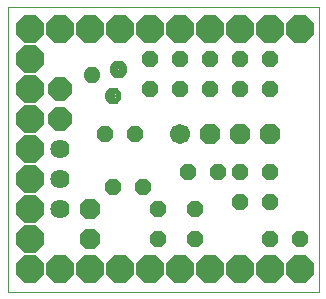
<source format=gbs>
G75*
%MOIN*%
%OFA0B0*%
%FSLAX24Y24*%
%IPPOS*%
%LPD*%
%AMOC8*
5,1,8,0,0,1.08239X$1,22.5*
%
%ADD10C,0.0000*%
%ADD11OC8,0.0560*%
%ADD12OC8,0.0670*%
%ADD13C,0.0670*%
%ADD14C,0.0112*%
%ADD15OC8,0.0940*%
%ADD16C,0.0640*%
%ADD17OC8,0.0800*%
D10*
X000100Y000100D02*
X000100Y009596D01*
X010470Y009596D01*
X010470Y000100D01*
X000100Y000100D01*
D11*
X003600Y003600D03*
X004600Y003600D03*
X005100Y002850D03*
X005100Y001850D03*
X006350Y001850D03*
X006350Y002850D03*
X006100Y004100D03*
X007100Y004100D03*
X007850Y004100D03*
X008850Y004100D03*
X008850Y003100D03*
X007850Y003100D03*
X008850Y001850D03*
X009850Y001850D03*
X008850Y006850D03*
X008850Y007850D03*
X007850Y007850D03*
X006850Y007850D03*
X006850Y006850D03*
X007850Y006850D03*
X005850Y006850D03*
X004850Y006850D03*
X004850Y007850D03*
X005850Y007850D03*
X004350Y005350D03*
X003350Y005350D03*
D12*
X002850Y002850D03*
X002850Y001850D03*
X006850Y005350D03*
X007850Y005350D03*
X008850Y005350D03*
D13*
X005850Y005350D03*
D14*
X003563Y006810D02*
X003507Y006866D01*
X003693Y006866D01*
X003823Y006736D01*
X003823Y006550D01*
X003693Y006420D01*
X003507Y006420D01*
X003377Y006550D01*
X003377Y006736D01*
X003507Y006866D01*
X003542Y006782D01*
X003658Y006782D01*
X003739Y006701D01*
X003739Y006585D01*
X003658Y006504D01*
X003542Y006504D01*
X003461Y006585D01*
X003461Y006701D01*
X003542Y006782D01*
X003577Y006698D01*
X003623Y006698D01*
X003655Y006666D01*
X003655Y006620D01*
X003623Y006588D01*
X003577Y006588D01*
X003545Y006620D01*
X003545Y006666D01*
X003577Y006698D01*
X002856Y007517D02*
X002800Y007573D01*
X002986Y007573D01*
X003116Y007443D01*
X003116Y007257D01*
X002986Y007127D01*
X002800Y007127D01*
X002670Y007257D01*
X002670Y007443D01*
X002800Y007573D01*
X002835Y007489D01*
X002951Y007489D01*
X003032Y007408D01*
X003032Y007292D01*
X002951Y007211D01*
X002835Y007211D01*
X002754Y007292D01*
X002754Y007408D01*
X002835Y007489D01*
X002870Y007405D01*
X002916Y007405D01*
X002948Y007373D01*
X002948Y007327D01*
X002916Y007295D01*
X002870Y007295D01*
X002838Y007327D01*
X002838Y007373D01*
X002870Y007405D01*
X003740Y007694D02*
X003684Y007750D01*
X003870Y007750D01*
X004000Y007620D01*
X004000Y007434D01*
X003870Y007304D01*
X003684Y007304D01*
X003554Y007434D01*
X003554Y007620D01*
X003684Y007750D01*
X003719Y007666D01*
X003835Y007666D01*
X003916Y007585D01*
X003916Y007469D01*
X003835Y007388D01*
X003719Y007388D01*
X003638Y007469D01*
X003638Y007585D01*
X003719Y007666D01*
X003754Y007582D01*
X003800Y007582D01*
X003832Y007550D01*
X003832Y007504D01*
X003800Y007472D01*
X003754Y007472D01*
X003722Y007504D01*
X003722Y007550D01*
X003754Y007582D01*
D15*
X003850Y008850D03*
X004850Y008850D03*
X005850Y008850D03*
X006850Y008850D03*
X007850Y008850D03*
X008850Y008850D03*
X009850Y008850D03*
X002850Y008850D03*
X001850Y008850D03*
X000850Y008850D03*
X000850Y007850D03*
X000850Y006850D03*
X000850Y005850D03*
X000850Y004850D03*
X000850Y003850D03*
X000850Y002850D03*
X000850Y001850D03*
X000850Y000850D03*
X001850Y000850D03*
X002850Y000850D03*
X003850Y000850D03*
X004850Y000850D03*
X005850Y000850D03*
X006850Y000850D03*
X007850Y000850D03*
X008850Y000850D03*
X009850Y000850D03*
D16*
X001850Y002850D03*
X001850Y003850D03*
X001850Y004850D03*
D17*
X001850Y005850D03*
X001850Y006850D03*
M02*

</source>
